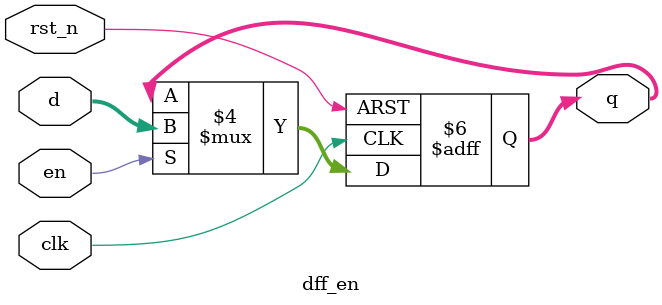
<source format=sv>
module dff_en(
	input clk,
	input rst_n,
	input en,
	input [31:0] d,
	output reg [31:0] q
);

always @(posedge clk, negedge rst_n) begin
	if (!rst_n)
		q <= 32'd0;
	else if (en)
		q <= d;
	else
		q <= q;
end

endmodule

</source>
